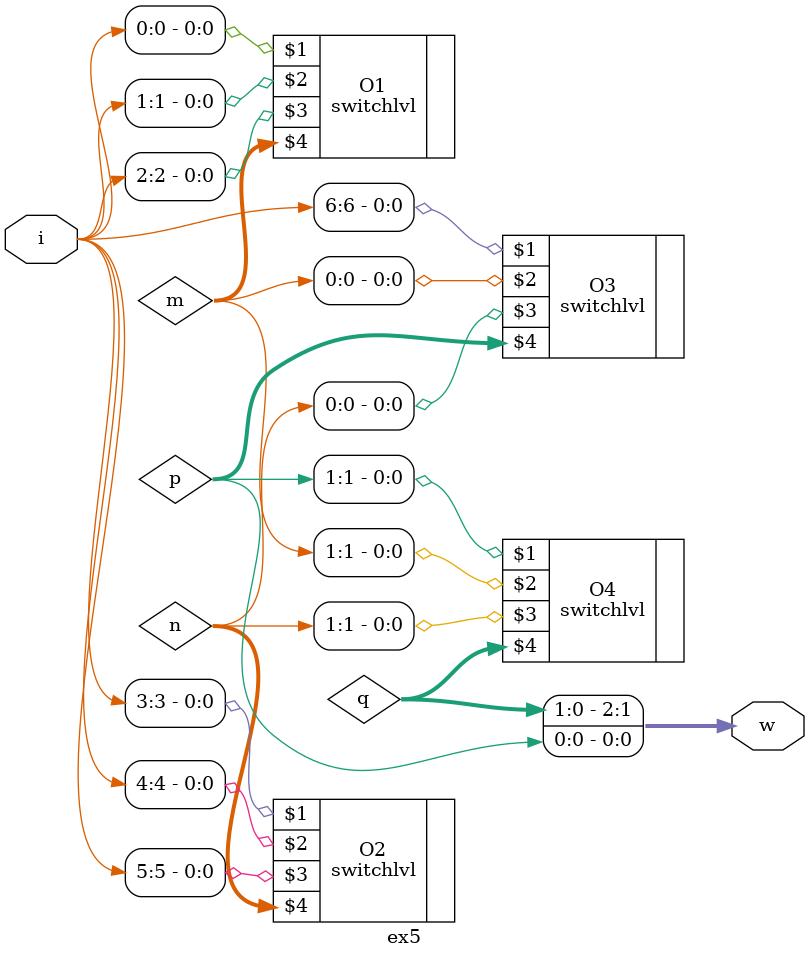
<source format=sv>
module ex5(input[6:0] i, output[2:0] w);
    wire[1:0] m,n,p,q;
    switchlvl O1(i[0],i[1],i[2],m);
    switchlvl O2(i[3],i[4],i[5],n);
    switchlvl O3(i[6],m[0],n[0],p);
    switchlvl O4(p[1],m[1],n[1],q);
    assign w[0] = p[0];
    assign w[1] = q[0];
    assign w[2] = q[1];
endmodule




</source>
